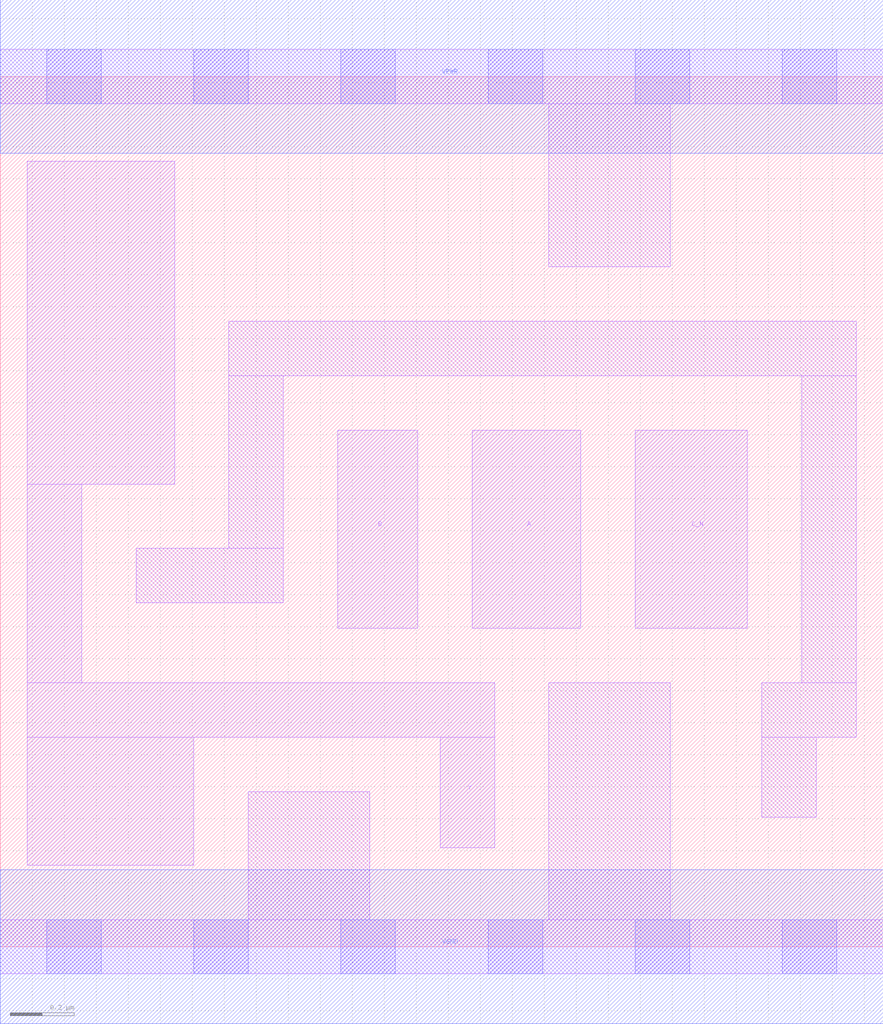
<source format=lef>
# Copyright 2020 The SkyWater PDK Authors
#
# Licensed under the Apache License, Version 2.0 (the "License");
# you may not use this file except in compliance with the License.
# You may obtain a copy of the License at
#
#     https://www.apache.org/licenses/LICENSE-2.0
#
# Unless required by applicable law or agreed to in writing, software
# distributed under the License is distributed on an "AS IS" BASIS,
# WITHOUT WARRANTIES OR CONDITIONS OF ANY KIND, either express or implied.
# See the License for the specific language governing permissions and
# limitations under the License.
#
# SPDX-License-Identifier: Apache-2.0

VERSION 5.7 ;
  NAMESCASESENSITIVE ON ;
  NOWIREEXTENSIONATPIN ON ;
  DIVIDERCHAR "/" ;
  BUSBITCHARS "[]" ;
UNITS
  DATABASE MICRONS 200 ;
END UNITS
PROPERTYDEFINITIONS
  MACRO maskLayoutSubType STRING ;
  MACRO prCellType STRING ;
  MACRO originalViewName STRING ;
END PROPERTYDEFINITIONS
MACRO sky130_fd_sc_hdll__nor3b_1
  CLASS CORE ;
  FOREIGN sky130_fd_sc_hdll__nor3b_1 ;
  ORIGIN  0.000000  0.000000 ;
  SIZE  2.760000 BY  2.720000 ;
  SYMMETRY X Y R90 ;
  SITE unithd ;
  PIN A
    ANTENNAGATEAREA  0.277500 ;
    DIRECTION INPUT ;
    USE SIGNAL ;
    PORT
      LAYER li1 ;
        RECT 1.475000 0.995000 1.815000 1.615000 ;
    END
  END A
  PIN B
    ANTENNAGATEAREA  0.277500 ;
    DIRECTION INPUT ;
    USE SIGNAL ;
    PORT
      LAYER li1 ;
        RECT 1.055000 0.995000 1.305000 1.615000 ;
    END
  END B
  PIN C_N
    ANTENNAGATEAREA  0.138600 ;
    DIRECTION INPUT ;
    USE SIGNAL ;
    PORT
      LAYER li1 ;
        RECT 1.985000 0.995000 2.335000 1.615000 ;
    END
  END C_N
  PIN VGND
    ANTENNADIFFAREA  0.462000 ;
    DIRECTION INOUT ;
    USE SIGNAL ;
    PORT
      LAYER met1 ;
        RECT 0.000000 -0.240000 2.760000 0.240000 ;
    END
  END VGND
  PIN VPWR
    ANTENNADIFFAREA  0.305700 ;
    DIRECTION INOUT ;
    USE SIGNAL ;
    PORT
      LAYER met1 ;
        RECT 0.000000 2.480000 2.760000 2.960000 ;
    END
  END VPWR
  PIN Y
    ANTENNADIFFAREA  0.759000 ;
    DIRECTION OUTPUT ;
    USE SIGNAL ;
    PORT
      LAYER li1 ;
        RECT 0.085000 0.255000 0.605000 0.655000 ;
        RECT 0.085000 0.655000 1.545000 0.825000 ;
        RECT 0.085000 0.825000 0.255000 1.445000 ;
        RECT 0.085000 1.445000 0.545000 2.455000 ;
        RECT 1.375000 0.310000 1.545000 0.655000 ;
    END
  END Y
  OBS
    LAYER li1 ;
      RECT 0.000000 -0.085000 2.760000 0.085000 ;
      RECT 0.000000  2.635000 2.760000 2.805000 ;
      RECT 0.425000  1.075000 0.885000 1.245000 ;
      RECT 0.715000  1.245000 0.885000 1.785000 ;
      RECT 0.715000  1.785000 2.675000 1.955000 ;
      RECT 0.775000  0.085000 1.155000 0.485000 ;
      RECT 1.715000  0.085000 2.095000 0.825000 ;
      RECT 1.715000  2.125000 2.095000 2.635000 ;
      RECT 2.380000  0.405000 2.550000 0.655000 ;
      RECT 2.380000  0.655000 2.675000 0.825000 ;
      RECT 2.505000  0.825000 2.675000 1.785000 ;
    LAYER mcon ;
      RECT 0.145000 -0.085000 0.315000 0.085000 ;
      RECT 0.145000  2.635000 0.315000 2.805000 ;
      RECT 0.605000 -0.085000 0.775000 0.085000 ;
      RECT 0.605000  2.635000 0.775000 2.805000 ;
      RECT 1.065000 -0.085000 1.235000 0.085000 ;
      RECT 1.065000  2.635000 1.235000 2.805000 ;
      RECT 1.525000 -0.085000 1.695000 0.085000 ;
      RECT 1.525000  2.635000 1.695000 2.805000 ;
      RECT 1.985000 -0.085000 2.155000 0.085000 ;
      RECT 1.985000  2.635000 2.155000 2.805000 ;
      RECT 2.445000 -0.085000 2.615000 0.085000 ;
      RECT 2.445000  2.635000 2.615000 2.805000 ;
  END
  PROPERTY maskLayoutSubType "abstract" ;
  PROPERTY prCellType "standard" ;
  PROPERTY originalViewName "layout" ;
END sky130_fd_sc_hdll__nor3b_1

</source>
